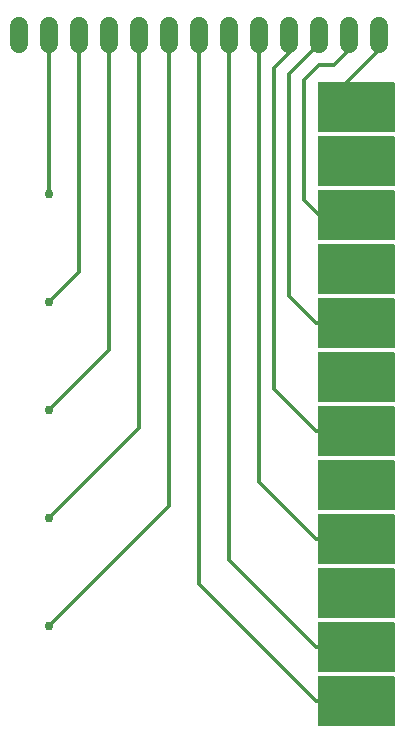
<source format=gbr>
G04 EAGLE Gerber RS-274X export*
G75*
%MOMM*%
%FSLAX34Y34*%
%LPD*%
%INBottom Copper*%
%IPPOS*%
%AMOC8*
5,1,8,0,0,1.08239X$1,22.5*%
G01*
%ADD10C,1.524000*%
%ADD11C,0.756400*%
%ADD12C,0.304800*%

G36*
X342920Y514862D02*
X342920Y514862D01*
X342939Y514860D01*
X343041Y514882D01*
X343143Y514899D01*
X343160Y514908D01*
X343180Y514912D01*
X343269Y514965D01*
X343360Y515014D01*
X343374Y515028D01*
X343391Y515038D01*
X343458Y515117D01*
X343530Y515192D01*
X343538Y515210D01*
X343551Y515225D01*
X343590Y515321D01*
X343633Y515415D01*
X343635Y515435D01*
X343643Y515453D01*
X343661Y515620D01*
X343661Y556260D01*
X343658Y556280D01*
X343660Y556299D01*
X343638Y556401D01*
X343622Y556503D01*
X343612Y556520D01*
X343608Y556540D01*
X343555Y556629D01*
X343506Y556720D01*
X343492Y556734D01*
X343482Y556751D01*
X343403Y556818D01*
X343328Y556890D01*
X343310Y556898D01*
X343295Y556911D01*
X343199Y556950D01*
X343105Y556993D01*
X343085Y556995D01*
X343067Y557003D01*
X342900Y557021D01*
X279400Y557021D01*
X279380Y557018D01*
X279361Y557020D01*
X279259Y556998D01*
X279157Y556982D01*
X279140Y556972D01*
X279120Y556968D01*
X279031Y556915D01*
X278940Y556866D01*
X278926Y556852D01*
X278909Y556842D01*
X278842Y556763D01*
X278771Y556688D01*
X278762Y556670D01*
X278749Y556655D01*
X278710Y556559D01*
X278667Y556465D01*
X278665Y556445D01*
X278657Y556427D01*
X278639Y556260D01*
X278639Y515620D01*
X278642Y515600D01*
X278640Y515581D01*
X278662Y515479D01*
X278679Y515377D01*
X278688Y515360D01*
X278692Y515340D01*
X278745Y515251D01*
X278794Y515160D01*
X278808Y515146D01*
X278818Y515129D01*
X278897Y515062D01*
X278972Y514991D01*
X278990Y514982D01*
X279005Y514969D01*
X279101Y514930D01*
X279195Y514887D01*
X279215Y514885D01*
X279233Y514877D01*
X279400Y514859D01*
X342900Y514859D01*
X342920Y514862D01*
G37*
G36*
X342920Y469142D02*
X342920Y469142D01*
X342939Y469140D01*
X343041Y469162D01*
X343143Y469179D01*
X343160Y469188D01*
X343180Y469192D01*
X343269Y469245D01*
X343360Y469294D01*
X343374Y469308D01*
X343391Y469318D01*
X343458Y469397D01*
X343530Y469472D01*
X343538Y469490D01*
X343551Y469505D01*
X343590Y469601D01*
X343633Y469695D01*
X343635Y469715D01*
X343643Y469733D01*
X343661Y469900D01*
X343661Y510540D01*
X343658Y510560D01*
X343660Y510579D01*
X343638Y510681D01*
X343622Y510783D01*
X343612Y510800D01*
X343608Y510820D01*
X343555Y510909D01*
X343506Y511000D01*
X343492Y511014D01*
X343482Y511031D01*
X343403Y511098D01*
X343328Y511170D01*
X343310Y511178D01*
X343295Y511191D01*
X343199Y511230D01*
X343105Y511273D01*
X343085Y511275D01*
X343067Y511283D01*
X342900Y511301D01*
X279400Y511301D01*
X279380Y511298D01*
X279361Y511300D01*
X279259Y511278D01*
X279157Y511262D01*
X279140Y511252D01*
X279120Y511248D01*
X279031Y511195D01*
X278940Y511146D01*
X278926Y511132D01*
X278909Y511122D01*
X278842Y511043D01*
X278771Y510968D01*
X278762Y510950D01*
X278749Y510935D01*
X278710Y510839D01*
X278667Y510745D01*
X278665Y510725D01*
X278657Y510707D01*
X278639Y510540D01*
X278639Y469900D01*
X278642Y469880D01*
X278640Y469861D01*
X278662Y469759D01*
X278679Y469657D01*
X278688Y469640D01*
X278692Y469620D01*
X278745Y469531D01*
X278794Y469440D01*
X278808Y469426D01*
X278818Y469409D01*
X278897Y469342D01*
X278972Y469271D01*
X278990Y469262D01*
X279005Y469249D01*
X279101Y469210D01*
X279195Y469167D01*
X279215Y469165D01*
X279233Y469157D01*
X279400Y469139D01*
X342900Y469139D01*
X342920Y469142D01*
G37*
G36*
X342920Y423422D02*
X342920Y423422D01*
X342939Y423420D01*
X343041Y423442D01*
X343143Y423459D01*
X343160Y423468D01*
X343180Y423472D01*
X343269Y423525D01*
X343360Y423574D01*
X343374Y423588D01*
X343391Y423598D01*
X343458Y423677D01*
X343530Y423752D01*
X343538Y423770D01*
X343551Y423785D01*
X343590Y423881D01*
X343633Y423975D01*
X343635Y423995D01*
X343643Y424013D01*
X343661Y424180D01*
X343661Y464820D01*
X343658Y464840D01*
X343660Y464859D01*
X343638Y464961D01*
X343622Y465063D01*
X343612Y465080D01*
X343608Y465100D01*
X343555Y465189D01*
X343506Y465280D01*
X343492Y465294D01*
X343482Y465311D01*
X343403Y465378D01*
X343328Y465450D01*
X343310Y465458D01*
X343295Y465471D01*
X343199Y465510D01*
X343105Y465553D01*
X343085Y465555D01*
X343067Y465563D01*
X342900Y465581D01*
X279400Y465581D01*
X279380Y465578D01*
X279361Y465580D01*
X279259Y465558D01*
X279157Y465542D01*
X279140Y465532D01*
X279120Y465528D01*
X279031Y465475D01*
X278940Y465426D01*
X278926Y465412D01*
X278909Y465402D01*
X278842Y465323D01*
X278771Y465248D01*
X278762Y465230D01*
X278749Y465215D01*
X278710Y465119D01*
X278667Y465025D01*
X278665Y465005D01*
X278657Y464987D01*
X278639Y464820D01*
X278639Y424180D01*
X278642Y424160D01*
X278640Y424141D01*
X278662Y424039D01*
X278679Y423937D01*
X278688Y423920D01*
X278692Y423900D01*
X278745Y423811D01*
X278794Y423720D01*
X278808Y423706D01*
X278818Y423689D01*
X278897Y423622D01*
X278972Y423551D01*
X278990Y423542D01*
X279005Y423529D01*
X279101Y423490D01*
X279195Y423447D01*
X279215Y423445D01*
X279233Y423437D01*
X279400Y423419D01*
X342900Y423419D01*
X342920Y423422D01*
G37*
G36*
X342920Y377702D02*
X342920Y377702D01*
X342939Y377700D01*
X343041Y377722D01*
X343143Y377739D01*
X343160Y377748D01*
X343180Y377752D01*
X343269Y377805D01*
X343360Y377854D01*
X343374Y377868D01*
X343391Y377878D01*
X343458Y377957D01*
X343530Y378032D01*
X343538Y378050D01*
X343551Y378065D01*
X343590Y378161D01*
X343633Y378255D01*
X343635Y378275D01*
X343643Y378293D01*
X343661Y378460D01*
X343661Y419100D01*
X343658Y419120D01*
X343660Y419139D01*
X343638Y419241D01*
X343622Y419343D01*
X343612Y419360D01*
X343608Y419380D01*
X343555Y419469D01*
X343506Y419560D01*
X343492Y419574D01*
X343482Y419591D01*
X343403Y419658D01*
X343328Y419730D01*
X343310Y419738D01*
X343295Y419751D01*
X343199Y419790D01*
X343105Y419833D01*
X343085Y419835D01*
X343067Y419843D01*
X342900Y419861D01*
X279400Y419861D01*
X279380Y419858D01*
X279361Y419860D01*
X279259Y419838D01*
X279157Y419822D01*
X279140Y419812D01*
X279120Y419808D01*
X279031Y419755D01*
X278940Y419706D01*
X278926Y419692D01*
X278909Y419682D01*
X278842Y419603D01*
X278771Y419528D01*
X278762Y419510D01*
X278749Y419495D01*
X278710Y419399D01*
X278667Y419305D01*
X278665Y419285D01*
X278657Y419267D01*
X278639Y419100D01*
X278639Y378460D01*
X278642Y378440D01*
X278640Y378421D01*
X278662Y378319D01*
X278679Y378217D01*
X278688Y378200D01*
X278692Y378180D01*
X278745Y378091D01*
X278794Y378000D01*
X278808Y377986D01*
X278818Y377969D01*
X278897Y377902D01*
X278972Y377831D01*
X278990Y377822D01*
X279005Y377809D01*
X279101Y377770D01*
X279195Y377727D01*
X279215Y377725D01*
X279233Y377717D01*
X279400Y377699D01*
X342900Y377699D01*
X342920Y377702D01*
G37*
G36*
X342920Y331982D02*
X342920Y331982D01*
X342939Y331980D01*
X343041Y332002D01*
X343143Y332019D01*
X343160Y332028D01*
X343180Y332032D01*
X343269Y332085D01*
X343360Y332134D01*
X343374Y332148D01*
X343391Y332158D01*
X343458Y332237D01*
X343530Y332312D01*
X343538Y332330D01*
X343551Y332345D01*
X343590Y332441D01*
X343633Y332535D01*
X343635Y332555D01*
X343643Y332573D01*
X343661Y332740D01*
X343661Y373380D01*
X343658Y373400D01*
X343660Y373419D01*
X343638Y373521D01*
X343622Y373623D01*
X343612Y373640D01*
X343608Y373660D01*
X343555Y373749D01*
X343506Y373840D01*
X343492Y373854D01*
X343482Y373871D01*
X343403Y373938D01*
X343328Y374010D01*
X343310Y374018D01*
X343295Y374031D01*
X343199Y374070D01*
X343105Y374113D01*
X343085Y374115D01*
X343067Y374123D01*
X342900Y374141D01*
X279400Y374141D01*
X279380Y374138D01*
X279361Y374140D01*
X279259Y374118D01*
X279157Y374102D01*
X279140Y374092D01*
X279120Y374088D01*
X279031Y374035D01*
X278940Y373986D01*
X278926Y373972D01*
X278909Y373962D01*
X278842Y373883D01*
X278771Y373808D01*
X278762Y373790D01*
X278749Y373775D01*
X278710Y373679D01*
X278667Y373585D01*
X278665Y373565D01*
X278657Y373547D01*
X278639Y373380D01*
X278639Y332740D01*
X278642Y332720D01*
X278640Y332701D01*
X278662Y332599D01*
X278679Y332497D01*
X278688Y332480D01*
X278692Y332460D01*
X278745Y332371D01*
X278794Y332280D01*
X278808Y332266D01*
X278818Y332249D01*
X278897Y332182D01*
X278972Y332111D01*
X278990Y332102D01*
X279005Y332089D01*
X279101Y332050D01*
X279195Y332007D01*
X279215Y332005D01*
X279233Y331997D01*
X279400Y331979D01*
X342900Y331979D01*
X342920Y331982D01*
G37*
G36*
X342920Y286262D02*
X342920Y286262D01*
X342939Y286260D01*
X343041Y286282D01*
X343143Y286299D01*
X343160Y286308D01*
X343180Y286312D01*
X343269Y286365D01*
X343360Y286414D01*
X343374Y286428D01*
X343391Y286438D01*
X343458Y286517D01*
X343530Y286592D01*
X343538Y286610D01*
X343551Y286625D01*
X343590Y286721D01*
X343633Y286815D01*
X343635Y286835D01*
X343643Y286853D01*
X343661Y287020D01*
X343661Y327660D01*
X343658Y327680D01*
X343660Y327699D01*
X343638Y327801D01*
X343622Y327903D01*
X343612Y327920D01*
X343608Y327940D01*
X343555Y328029D01*
X343506Y328120D01*
X343492Y328134D01*
X343482Y328151D01*
X343403Y328218D01*
X343328Y328290D01*
X343310Y328298D01*
X343295Y328311D01*
X343199Y328350D01*
X343105Y328393D01*
X343085Y328395D01*
X343067Y328403D01*
X342900Y328421D01*
X279400Y328421D01*
X279380Y328418D01*
X279361Y328420D01*
X279259Y328398D01*
X279157Y328382D01*
X279140Y328372D01*
X279120Y328368D01*
X279031Y328315D01*
X278940Y328266D01*
X278926Y328252D01*
X278909Y328242D01*
X278842Y328163D01*
X278771Y328088D01*
X278762Y328070D01*
X278749Y328055D01*
X278710Y327959D01*
X278667Y327865D01*
X278665Y327845D01*
X278657Y327827D01*
X278639Y327660D01*
X278639Y287020D01*
X278642Y287000D01*
X278640Y286981D01*
X278662Y286879D01*
X278679Y286777D01*
X278688Y286760D01*
X278692Y286740D01*
X278745Y286651D01*
X278794Y286560D01*
X278808Y286546D01*
X278818Y286529D01*
X278897Y286462D01*
X278972Y286391D01*
X278990Y286382D01*
X279005Y286369D01*
X279101Y286330D01*
X279195Y286287D01*
X279215Y286285D01*
X279233Y286277D01*
X279400Y286259D01*
X342900Y286259D01*
X342920Y286262D01*
G37*
G36*
X342920Y240542D02*
X342920Y240542D01*
X342939Y240540D01*
X343041Y240562D01*
X343143Y240579D01*
X343160Y240588D01*
X343180Y240592D01*
X343269Y240645D01*
X343360Y240694D01*
X343374Y240708D01*
X343391Y240718D01*
X343458Y240797D01*
X343530Y240872D01*
X343538Y240890D01*
X343551Y240905D01*
X343590Y241001D01*
X343633Y241095D01*
X343635Y241115D01*
X343643Y241133D01*
X343661Y241300D01*
X343661Y281940D01*
X343658Y281960D01*
X343660Y281979D01*
X343638Y282081D01*
X343622Y282183D01*
X343612Y282200D01*
X343608Y282220D01*
X343555Y282309D01*
X343506Y282400D01*
X343492Y282414D01*
X343482Y282431D01*
X343403Y282498D01*
X343328Y282570D01*
X343310Y282578D01*
X343295Y282591D01*
X343199Y282630D01*
X343105Y282673D01*
X343085Y282675D01*
X343067Y282683D01*
X342900Y282701D01*
X279400Y282701D01*
X279380Y282698D01*
X279361Y282700D01*
X279259Y282678D01*
X279157Y282662D01*
X279140Y282652D01*
X279120Y282648D01*
X279031Y282595D01*
X278940Y282546D01*
X278926Y282532D01*
X278909Y282522D01*
X278842Y282443D01*
X278771Y282368D01*
X278762Y282350D01*
X278749Y282335D01*
X278710Y282239D01*
X278667Y282145D01*
X278665Y282125D01*
X278657Y282107D01*
X278639Y281940D01*
X278639Y241300D01*
X278642Y241280D01*
X278640Y241261D01*
X278662Y241159D01*
X278679Y241057D01*
X278688Y241040D01*
X278692Y241020D01*
X278745Y240931D01*
X278794Y240840D01*
X278808Y240826D01*
X278818Y240809D01*
X278897Y240742D01*
X278972Y240671D01*
X278990Y240662D01*
X279005Y240649D01*
X279101Y240610D01*
X279195Y240567D01*
X279215Y240565D01*
X279233Y240557D01*
X279400Y240539D01*
X342900Y240539D01*
X342920Y240542D01*
G37*
G36*
X342920Y194822D02*
X342920Y194822D01*
X342939Y194820D01*
X343041Y194842D01*
X343143Y194859D01*
X343160Y194868D01*
X343180Y194872D01*
X343269Y194925D01*
X343360Y194974D01*
X343374Y194988D01*
X343391Y194998D01*
X343458Y195077D01*
X343530Y195152D01*
X343538Y195170D01*
X343551Y195185D01*
X343590Y195281D01*
X343633Y195375D01*
X343635Y195395D01*
X343643Y195413D01*
X343661Y195580D01*
X343661Y236220D01*
X343658Y236240D01*
X343660Y236259D01*
X343638Y236361D01*
X343622Y236463D01*
X343612Y236480D01*
X343608Y236500D01*
X343555Y236589D01*
X343506Y236680D01*
X343492Y236694D01*
X343482Y236711D01*
X343403Y236778D01*
X343328Y236850D01*
X343310Y236858D01*
X343295Y236871D01*
X343199Y236910D01*
X343105Y236953D01*
X343085Y236955D01*
X343067Y236963D01*
X342900Y236981D01*
X279400Y236981D01*
X279380Y236978D01*
X279361Y236980D01*
X279259Y236958D01*
X279157Y236942D01*
X279140Y236932D01*
X279120Y236928D01*
X279031Y236875D01*
X278940Y236826D01*
X278926Y236812D01*
X278909Y236802D01*
X278842Y236723D01*
X278771Y236648D01*
X278762Y236630D01*
X278749Y236615D01*
X278710Y236519D01*
X278667Y236425D01*
X278665Y236405D01*
X278657Y236387D01*
X278639Y236220D01*
X278639Y195580D01*
X278642Y195560D01*
X278640Y195541D01*
X278662Y195439D01*
X278679Y195337D01*
X278688Y195320D01*
X278692Y195300D01*
X278745Y195211D01*
X278794Y195120D01*
X278808Y195106D01*
X278818Y195089D01*
X278897Y195022D01*
X278972Y194951D01*
X278990Y194942D01*
X279005Y194929D01*
X279101Y194890D01*
X279195Y194847D01*
X279215Y194845D01*
X279233Y194837D01*
X279400Y194819D01*
X342900Y194819D01*
X342920Y194822D01*
G37*
G36*
X342920Y149102D02*
X342920Y149102D01*
X342939Y149100D01*
X343041Y149122D01*
X343143Y149139D01*
X343160Y149148D01*
X343180Y149152D01*
X343269Y149205D01*
X343360Y149254D01*
X343374Y149268D01*
X343391Y149278D01*
X343458Y149357D01*
X343530Y149432D01*
X343538Y149450D01*
X343551Y149465D01*
X343590Y149561D01*
X343633Y149655D01*
X343635Y149675D01*
X343643Y149693D01*
X343661Y149860D01*
X343661Y190500D01*
X343658Y190520D01*
X343660Y190539D01*
X343638Y190641D01*
X343622Y190743D01*
X343612Y190760D01*
X343608Y190780D01*
X343555Y190869D01*
X343506Y190960D01*
X343492Y190974D01*
X343482Y190991D01*
X343403Y191058D01*
X343328Y191130D01*
X343310Y191138D01*
X343295Y191151D01*
X343199Y191190D01*
X343105Y191233D01*
X343085Y191235D01*
X343067Y191243D01*
X342900Y191261D01*
X279400Y191261D01*
X279380Y191258D01*
X279361Y191260D01*
X279259Y191238D01*
X279157Y191222D01*
X279140Y191212D01*
X279120Y191208D01*
X279031Y191155D01*
X278940Y191106D01*
X278926Y191092D01*
X278909Y191082D01*
X278842Y191003D01*
X278771Y190928D01*
X278762Y190910D01*
X278749Y190895D01*
X278710Y190799D01*
X278667Y190705D01*
X278665Y190685D01*
X278657Y190667D01*
X278639Y190500D01*
X278639Y149860D01*
X278642Y149840D01*
X278640Y149821D01*
X278662Y149719D01*
X278679Y149617D01*
X278688Y149600D01*
X278692Y149580D01*
X278745Y149491D01*
X278794Y149400D01*
X278808Y149386D01*
X278818Y149369D01*
X278897Y149302D01*
X278972Y149231D01*
X278990Y149222D01*
X279005Y149209D01*
X279101Y149170D01*
X279195Y149127D01*
X279215Y149125D01*
X279233Y149117D01*
X279400Y149099D01*
X342900Y149099D01*
X342920Y149102D01*
G37*
G36*
X342920Y103382D02*
X342920Y103382D01*
X342939Y103380D01*
X343041Y103402D01*
X343143Y103419D01*
X343160Y103428D01*
X343180Y103432D01*
X343269Y103485D01*
X343360Y103534D01*
X343374Y103548D01*
X343391Y103558D01*
X343458Y103637D01*
X343530Y103712D01*
X343538Y103730D01*
X343551Y103745D01*
X343590Y103841D01*
X343633Y103935D01*
X343635Y103955D01*
X343643Y103973D01*
X343661Y104140D01*
X343661Y144780D01*
X343658Y144800D01*
X343660Y144819D01*
X343638Y144921D01*
X343622Y145023D01*
X343612Y145040D01*
X343608Y145060D01*
X343555Y145149D01*
X343506Y145240D01*
X343492Y145254D01*
X343482Y145271D01*
X343403Y145338D01*
X343328Y145410D01*
X343310Y145418D01*
X343295Y145431D01*
X343199Y145470D01*
X343105Y145513D01*
X343085Y145515D01*
X343067Y145523D01*
X342900Y145541D01*
X279400Y145541D01*
X279380Y145538D01*
X279361Y145540D01*
X279259Y145518D01*
X279157Y145502D01*
X279140Y145492D01*
X279120Y145488D01*
X279031Y145435D01*
X278940Y145386D01*
X278926Y145372D01*
X278909Y145362D01*
X278842Y145283D01*
X278771Y145208D01*
X278762Y145190D01*
X278749Y145175D01*
X278710Y145079D01*
X278667Y144985D01*
X278665Y144965D01*
X278657Y144947D01*
X278639Y144780D01*
X278639Y104140D01*
X278642Y104120D01*
X278640Y104101D01*
X278662Y103999D01*
X278679Y103897D01*
X278688Y103880D01*
X278692Y103860D01*
X278745Y103771D01*
X278794Y103680D01*
X278808Y103666D01*
X278818Y103649D01*
X278897Y103582D01*
X278972Y103511D01*
X278990Y103502D01*
X279005Y103489D01*
X279101Y103450D01*
X279195Y103407D01*
X279215Y103405D01*
X279233Y103397D01*
X279400Y103379D01*
X342900Y103379D01*
X342920Y103382D01*
G37*
G36*
X342920Y57662D02*
X342920Y57662D01*
X342939Y57660D01*
X343041Y57682D01*
X343143Y57699D01*
X343160Y57708D01*
X343180Y57712D01*
X343269Y57765D01*
X343360Y57814D01*
X343374Y57828D01*
X343391Y57838D01*
X343458Y57917D01*
X343530Y57992D01*
X343538Y58010D01*
X343551Y58025D01*
X343590Y58121D01*
X343633Y58215D01*
X343635Y58235D01*
X343643Y58253D01*
X343661Y58420D01*
X343661Y99060D01*
X343658Y99080D01*
X343660Y99099D01*
X343638Y99201D01*
X343622Y99303D01*
X343612Y99320D01*
X343608Y99340D01*
X343555Y99429D01*
X343506Y99520D01*
X343492Y99534D01*
X343482Y99551D01*
X343403Y99618D01*
X343328Y99690D01*
X343310Y99698D01*
X343295Y99711D01*
X343199Y99750D01*
X343105Y99793D01*
X343085Y99795D01*
X343067Y99803D01*
X342900Y99821D01*
X279400Y99821D01*
X279380Y99818D01*
X279361Y99820D01*
X279259Y99798D01*
X279157Y99782D01*
X279140Y99772D01*
X279120Y99768D01*
X279031Y99715D01*
X278940Y99666D01*
X278926Y99652D01*
X278909Y99642D01*
X278842Y99563D01*
X278771Y99488D01*
X278762Y99470D01*
X278749Y99455D01*
X278710Y99359D01*
X278667Y99265D01*
X278665Y99245D01*
X278657Y99227D01*
X278639Y99060D01*
X278639Y58420D01*
X278642Y58400D01*
X278640Y58381D01*
X278662Y58279D01*
X278679Y58177D01*
X278688Y58160D01*
X278692Y58140D01*
X278745Y58051D01*
X278794Y57960D01*
X278808Y57946D01*
X278818Y57929D01*
X278897Y57862D01*
X278972Y57791D01*
X278990Y57782D01*
X279005Y57769D01*
X279101Y57730D01*
X279195Y57687D01*
X279215Y57685D01*
X279233Y57677D01*
X279400Y57659D01*
X342900Y57659D01*
X342920Y57662D01*
G37*
G36*
X342920Y11942D02*
X342920Y11942D01*
X342939Y11940D01*
X343041Y11962D01*
X343143Y11979D01*
X343160Y11988D01*
X343180Y11992D01*
X343269Y12045D01*
X343360Y12094D01*
X343374Y12108D01*
X343391Y12118D01*
X343458Y12197D01*
X343530Y12272D01*
X343538Y12290D01*
X343551Y12305D01*
X343590Y12401D01*
X343633Y12495D01*
X343635Y12515D01*
X343643Y12533D01*
X343661Y12700D01*
X343661Y53340D01*
X343658Y53360D01*
X343660Y53379D01*
X343638Y53481D01*
X343622Y53583D01*
X343612Y53600D01*
X343608Y53620D01*
X343555Y53709D01*
X343506Y53800D01*
X343492Y53814D01*
X343482Y53831D01*
X343403Y53898D01*
X343328Y53970D01*
X343310Y53978D01*
X343295Y53991D01*
X343199Y54030D01*
X343105Y54073D01*
X343085Y54075D01*
X343067Y54083D01*
X342900Y54101D01*
X279400Y54101D01*
X279380Y54098D01*
X279361Y54100D01*
X279259Y54078D01*
X279157Y54062D01*
X279140Y54052D01*
X279120Y54048D01*
X279031Y53995D01*
X278940Y53946D01*
X278926Y53932D01*
X278909Y53922D01*
X278842Y53843D01*
X278771Y53768D01*
X278762Y53750D01*
X278749Y53735D01*
X278710Y53639D01*
X278667Y53545D01*
X278665Y53525D01*
X278657Y53507D01*
X278639Y53340D01*
X278639Y12700D01*
X278642Y12680D01*
X278640Y12661D01*
X278662Y12559D01*
X278679Y12457D01*
X278688Y12440D01*
X278692Y12420D01*
X278745Y12331D01*
X278794Y12240D01*
X278808Y12226D01*
X278818Y12209D01*
X278897Y12142D01*
X278972Y12071D01*
X278990Y12062D01*
X279005Y12049D01*
X279101Y12010D01*
X279195Y11967D01*
X279215Y11965D01*
X279233Y11957D01*
X279400Y11939D01*
X342900Y11939D01*
X342920Y11942D01*
G37*
D10*
X25400Y589280D02*
X25400Y604520D01*
X50800Y604520D02*
X50800Y589280D01*
X76200Y589280D02*
X76200Y604520D01*
X101600Y604520D02*
X101600Y589280D01*
X127000Y589280D02*
X127000Y604520D01*
X152400Y604520D02*
X152400Y589280D01*
X177800Y589280D02*
X177800Y604520D01*
X203200Y604520D02*
X203200Y589280D01*
X228600Y589280D02*
X228600Y604520D01*
X254000Y604520D02*
X254000Y589280D01*
X279400Y589280D02*
X279400Y604520D01*
X304800Y604520D02*
X304800Y589280D01*
X330200Y589280D02*
X330200Y604520D01*
D11*
X302260Y78740D03*
X302260Y91440D03*
X289560Y91440D03*
X314960Y91440D03*
X314960Y66040D03*
X302260Y66040D03*
X289560Y66040D03*
X314960Y78740D03*
X289560Y78740D03*
D12*
X203200Y152400D02*
X203200Y596900D01*
X203200Y152400D02*
X276860Y78740D01*
X302260Y78740D01*
D11*
X302260Y33020D03*
X302260Y45720D03*
X289560Y45720D03*
X314960Y45720D03*
X314960Y20320D03*
X302260Y20320D03*
X289560Y20320D03*
X314960Y33020D03*
X289560Y33020D03*
D12*
X177800Y132080D02*
X177800Y596900D01*
X177800Y132080D02*
X276860Y33020D01*
X302260Y33020D01*
D11*
X302260Y124460D03*
X302260Y137160D03*
X289560Y137160D03*
X314960Y137160D03*
X314960Y111760D03*
X302260Y111760D03*
X289560Y111760D03*
X314960Y124460D03*
X289560Y124460D03*
D12*
X152400Y198120D02*
X152400Y596900D01*
X152400Y198120D02*
X50800Y96520D01*
D11*
X50800Y96520D03*
X302260Y170180D03*
X302260Y182880D03*
X289560Y182880D03*
X314960Y182880D03*
X314960Y157480D03*
X302260Y157480D03*
X289560Y157480D03*
X314960Y170180D03*
X289560Y170180D03*
D12*
X228600Y218440D02*
X228600Y596900D01*
X228600Y218440D02*
X276860Y170180D01*
X302260Y170180D01*
D11*
X302260Y215900D03*
X302260Y228600D03*
X289560Y228600D03*
X314960Y228600D03*
X314960Y203200D03*
X302260Y203200D03*
X289560Y203200D03*
X314960Y215900D03*
X289560Y215900D03*
D12*
X127000Y264160D02*
X127000Y596900D01*
X127000Y264160D02*
X50800Y187960D01*
D11*
X50800Y187960D03*
X302260Y261620D03*
X302260Y274320D03*
X289560Y274320D03*
X314960Y274320D03*
X314960Y248920D03*
X302260Y248920D03*
X289560Y248920D03*
X314960Y261620D03*
X289560Y261620D03*
D12*
X276860Y261620D02*
X241300Y297180D01*
X276860Y261620D02*
X302260Y261620D01*
X254000Y581660D02*
X254000Y596900D01*
X254000Y581660D02*
X241300Y568960D01*
X241300Y297180D01*
D11*
X302260Y307340D03*
X302260Y320040D03*
X289560Y320040D03*
X314960Y320040D03*
X314960Y294640D03*
X302260Y294640D03*
X289560Y294640D03*
X314960Y307340D03*
X289560Y307340D03*
D12*
X101600Y330200D02*
X101600Y596900D01*
X101600Y330200D02*
X50800Y279400D01*
D11*
X50800Y279400D03*
X302260Y353060D03*
X302260Y365760D03*
X289560Y365760D03*
X314960Y365760D03*
X314960Y340360D03*
X302260Y340360D03*
X289560Y340360D03*
X314960Y353060D03*
X289560Y353060D03*
D12*
X302260Y353060D02*
X276860Y353060D01*
X254000Y375920D02*
X254000Y563880D01*
X279400Y589280D01*
X279400Y596900D01*
X254000Y375920D02*
X276860Y353060D01*
D11*
X302260Y398780D03*
X302260Y411480D03*
X289560Y411480D03*
X314960Y411480D03*
X314960Y386080D03*
X302260Y386080D03*
X289560Y386080D03*
X314960Y398780D03*
X289560Y398780D03*
D12*
X76200Y396240D02*
X76200Y596900D01*
X76200Y396240D02*
X50800Y370840D01*
D11*
X50800Y370840D03*
X302260Y444500D03*
X302260Y457200D03*
X289560Y457200D03*
X314960Y457200D03*
X314960Y431800D03*
X302260Y431800D03*
X289560Y431800D03*
X314960Y444500D03*
X289560Y444500D03*
D12*
X279400Y444500D02*
X302260Y444500D01*
X279400Y444500D02*
X266700Y457200D01*
X266700Y558800D01*
X279400Y571500D01*
X292100Y571500D01*
X304800Y584200D01*
X304800Y596900D01*
D11*
X302260Y490220D03*
X302260Y502920D03*
X289560Y502920D03*
X314960Y502920D03*
X314960Y477520D03*
X302260Y477520D03*
X289560Y477520D03*
X314960Y490220D03*
X289560Y490220D03*
D12*
X50800Y462280D02*
X50800Y596900D01*
D11*
X50800Y462280D03*
X302260Y535940D03*
X302260Y548640D03*
X289560Y548640D03*
X314960Y548640D03*
X314960Y523240D03*
X302260Y523240D03*
X289560Y523240D03*
X314960Y535940D03*
X289560Y535940D03*
D12*
X330200Y584200D02*
X330200Y596900D01*
X302260Y556260D02*
X302260Y535940D01*
X302260Y556260D02*
X330200Y584200D01*
M02*

</source>
